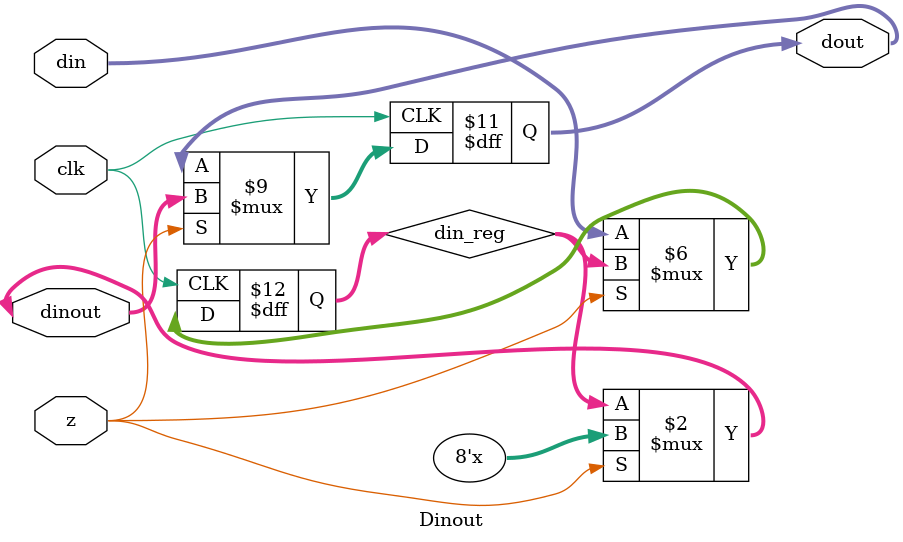
<source format=v>
`timescale 1ns / 1ps
module Dinout(din,z,clk,dout,dinout);
    input [7:0] din;
	input z;
	input clk;
	output [7:0] dout;
	inout [7:0] dinout;
	
	reg [7:0] dout;
	reg [7:0] din_reg;
 
	assign dinout = (!z)?din_reg:8'bz;
	
	always @(posedge clk)
		begin
			if(!z)
			 din_reg=din;
			else
			 dout=dinout;
		end
endmodule

</source>
